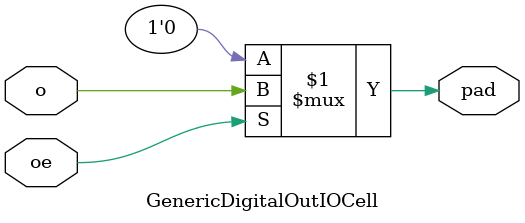
<source format=v>

`timescale 1ns/1ps

module GenericAnalogIOCell(
    inout pad,
    inout core
);

    assign core = 1'b0;
    assign pad = core;

endmodule

module GenericDigitalGPIOCell(
    inout pad,
    output i,
    input ie,
    input o,
    input oe
);

    assign pad = oe ? o : 1'b0;
    assign i = ie ? pad : 1'b0;

endmodule

module GenericDigitalInIOCell(
    input pad,
    output i,
    input ie
);

    assign i = ie ? pad : 1'b0;

endmodule

module GenericDigitalOutIOCell(
    output pad,
    input o,
    input oe
);

    assign pad = oe ? o : 1'b0;

endmodule

</source>
